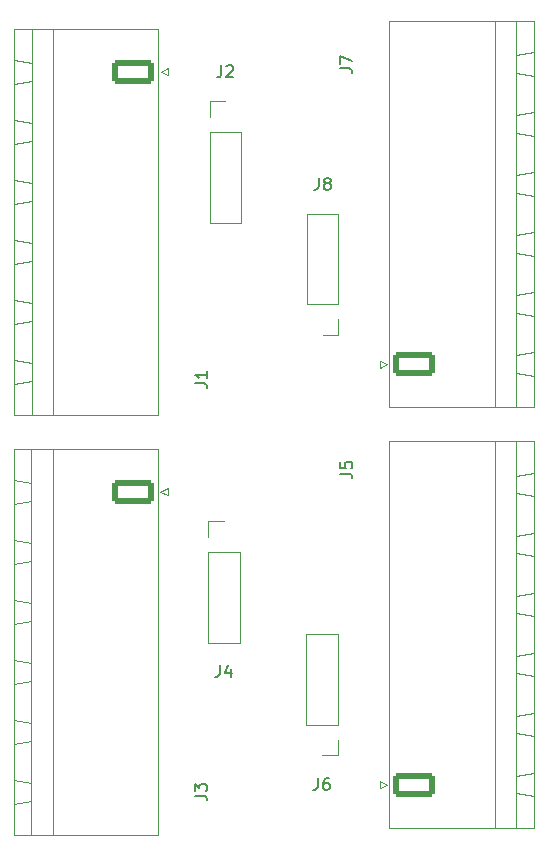
<source format=gto>
G04 #@! TF.GenerationSoftware,KiCad,Pcbnew,(6.0.6)*
G04 #@! TF.CreationDate,2022-07-28T14:40:53+01:00*
G04 #@! TF.ProjectId,adapter-board,61646170-7465-4722-9d62-6f6172642e6b,rev?*
G04 #@! TF.SameCoordinates,Original*
G04 #@! TF.FileFunction,Legend,Top*
G04 #@! TF.FilePolarity,Positive*
%FSLAX46Y46*%
G04 Gerber Fmt 4.6, Leading zero omitted, Abs format (unit mm)*
G04 Created by KiCad (PCBNEW (6.0.6)) date 2022-07-28 14:40:53*
%MOMM*%
%LPD*%
G01*
G04 APERTURE LIST*
G04 Aperture macros list*
%AMRoundRect*
0 Rectangle with rounded corners*
0 $1 Rounding radius*
0 $2 $3 $4 $5 $6 $7 $8 $9 X,Y pos of 4 corners*
0 Add a 4 corners polygon primitive as box body*
4,1,4,$2,$3,$4,$5,$6,$7,$8,$9,$2,$3,0*
0 Add four circle primitives for the rounded corners*
1,1,$1+$1,$2,$3*
1,1,$1+$1,$4,$5*
1,1,$1+$1,$6,$7*
1,1,$1+$1,$8,$9*
0 Add four rect primitives between the rounded corners*
20,1,$1+$1,$2,$3,$4,$5,0*
20,1,$1+$1,$4,$5,$6,$7,0*
20,1,$1+$1,$6,$7,$8,$9,0*
20,1,$1+$1,$8,$9,$2,$3,0*%
G04 Aperture macros list end*
%ADD10C,0.150000*%
%ADD11C,0.120000*%
%ADD12C,3.000000*%
%ADD13R,1.700000X1.700000*%
%ADD14O,1.700000X1.700000*%
%ADD15RoundRect,0.249999X1.550001X-0.790001X1.550001X0.790001X-1.550001X0.790001X-1.550001X-0.790001X0*%
%ADD16O,3.600000X2.080000*%
%ADD17RoundRect,0.249999X-1.550001X0.790001X-1.550001X-0.790001X1.550001X-0.790001X1.550001X0.790001X0*%
G04 APERTURE END LIST*
D10*
X138655466Y-127122780D02*
X138655466Y-127837066D01*
X138607847Y-127979923D01*
X138512609Y-128075161D01*
X138369752Y-128122780D01*
X138274514Y-128122780D01*
X139560228Y-127122780D02*
X139369752Y-127122780D01*
X139274514Y-127170400D01*
X139226895Y-127218019D01*
X139131657Y-127360876D01*
X139084038Y-127551352D01*
X139084038Y-127932304D01*
X139131657Y-128027542D01*
X139179276Y-128075161D01*
X139274514Y-128122780D01*
X139464990Y-128122780D01*
X139560228Y-128075161D01*
X139607847Y-128027542D01*
X139655466Y-127932304D01*
X139655466Y-127694209D01*
X139607847Y-127598971D01*
X139560228Y-127551352D01*
X139464990Y-127503733D01*
X139274514Y-127503733D01*
X139179276Y-127551352D01*
X139131657Y-127598971D01*
X139084038Y-127694209D01*
X130476666Y-66762380D02*
X130476666Y-67476666D01*
X130429047Y-67619523D01*
X130333809Y-67714761D01*
X130190952Y-67762380D01*
X130095714Y-67762380D01*
X130905238Y-66857619D02*
X130952857Y-66810000D01*
X131048095Y-66762380D01*
X131286190Y-66762380D01*
X131381428Y-66810000D01*
X131429047Y-66857619D01*
X131476666Y-66952857D01*
X131476666Y-67048095D01*
X131429047Y-67190952D01*
X130857619Y-67762380D01*
X131476666Y-67762380D01*
X140549380Y-101323733D02*
X141263666Y-101323733D01*
X141406523Y-101371352D01*
X141501761Y-101466590D01*
X141549380Y-101609447D01*
X141549380Y-101704685D01*
X140549380Y-100371352D02*
X140549380Y-100847542D01*
X141025571Y-100895161D01*
X140977952Y-100847542D01*
X140930333Y-100752304D01*
X140930333Y-100514209D01*
X140977952Y-100418971D01*
X141025571Y-100371352D01*
X141120809Y-100323733D01*
X141358904Y-100323733D01*
X141454142Y-100371352D01*
X141501761Y-100418971D01*
X141549380Y-100514209D01*
X141549380Y-100752304D01*
X141501761Y-100847542D01*
X141454142Y-100895161D01*
X130363866Y-117552380D02*
X130363866Y-118266666D01*
X130316247Y-118409523D01*
X130221009Y-118504761D01*
X130078152Y-118552380D01*
X129982914Y-118552380D01*
X131268628Y-117885714D02*
X131268628Y-118552380D01*
X131030533Y-117504761D02*
X130792438Y-118219047D01*
X131411485Y-118219047D01*
X138731666Y-76297380D02*
X138731666Y-77011666D01*
X138684047Y-77154523D01*
X138588809Y-77249761D01*
X138445952Y-77297380D01*
X138350714Y-77297380D01*
X139350714Y-76725952D02*
X139255476Y-76678333D01*
X139207857Y-76630714D01*
X139160238Y-76535476D01*
X139160238Y-76487857D01*
X139207857Y-76392619D01*
X139255476Y-76345000D01*
X139350714Y-76297380D01*
X139541190Y-76297380D01*
X139636428Y-76345000D01*
X139684047Y-76392619D01*
X139731666Y-76487857D01*
X139731666Y-76535476D01*
X139684047Y-76630714D01*
X139636428Y-76678333D01*
X139541190Y-76725952D01*
X139350714Y-76725952D01*
X139255476Y-76773571D01*
X139207857Y-76821190D01*
X139160238Y-76916428D01*
X139160238Y-77106904D01*
X139207857Y-77202142D01*
X139255476Y-77249761D01*
X139350714Y-77297380D01*
X139541190Y-77297380D01*
X139636428Y-77249761D01*
X139684047Y-77202142D01*
X139731666Y-77106904D01*
X139731666Y-76916428D01*
X139684047Y-76821190D01*
X139636428Y-76773571D01*
X139541190Y-76725952D01*
X128244580Y-128603333D02*
X128958866Y-128603333D01*
X129101723Y-128650952D01*
X129196961Y-128746190D01*
X129244580Y-128889047D01*
X129244580Y-128984285D01*
X128244580Y-128222380D02*
X128244580Y-127603333D01*
X128625533Y-127936666D01*
X128625533Y-127793809D01*
X128673152Y-127698571D01*
X128720771Y-127650952D01*
X128816009Y-127603333D01*
X129054104Y-127603333D01*
X129149342Y-127650952D01*
X129196961Y-127698571D01*
X129244580Y-127793809D01*
X129244580Y-128079523D01*
X129196961Y-128174761D01*
X129149342Y-128222380D01*
X140549380Y-67008333D02*
X141263666Y-67008333D01*
X141406523Y-67055952D01*
X141501761Y-67151190D01*
X141549380Y-67294047D01*
X141549380Y-67389285D01*
X140549380Y-66627380D02*
X140549380Y-65960714D01*
X141549380Y-66389285D01*
X128269980Y-93678333D02*
X128984266Y-93678333D01*
X129127123Y-93725952D01*
X129222361Y-93821190D01*
X129269980Y-93964047D01*
X129269980Y-94059285D01*
X129269980Y-92678333D02*
X129269980Y-93249761D01*
X129269980Y-92964047D02*
X128269980Y-92964047D01*
X128412838Y-93059285D01*
X128508076Y-93154523D01*
X128555695Y-93249761D01*
D11*
X140318800Y-122580400D02*
X137658800Y-122580400D01*
X140318800Y-114900400D02*
X137658800Y-114900400D01*
X140318800Y-125180400D02*
X138988800Y-125180400D01*
X140318800Y-123850400D02*
X140318800Y-125180400D01*
X140318800Y-122580400D02*
X140318800Y-114900400D01*
X137658800Y-122580400D02*
X137658800Y-114900400D01*
X129480000Y-80070000D02*
X132140000Y-80070000D01*
X129480000Y-72390000D02*
X132140000Y-72390000D01*
X129480000Y-72390000D02*
X129480000Y-80070000D01*
X132140000Y-72390000D02*
X132140000Y-80070000D01*
X129480000Y-71120000D02*
X129480000Y-69790000D01*
X129480000Y-69790000D02*
X130810000Y-69790000D01*
X155422000Y-123330400D02*
X156922000Y-123580400D01*
X156922000Y-123580400D02*
X156922000Y-121580400D01*
X156922000Y-128660400D02*
X156922000Y-126660400D01*
X155422000Y-113170400D02*
X156922000Y-113420400D01*
X155422000Y-108090400D02*
X156922000Y-108340400D01*
X156922000Y-116500400D02*
X155422000Y-116750400D01*
X155422000Y-126910400D02*
X155422000Y-128410400D01*
X156922000Y-106340400D02*
X155422000Y-106590400D01*
X155422000Y-131310400D02*
X153622000Y-131310400D01*
X143902000Y-127960400D02*
X143902000Y-127360400D01*
X144702000Y-131310400D02*
X156922000Y-131310400D01*
X155422000Y-118250400D02*
X156922000Y-118500400D01*
X156922000Y-121580400D02*
X155422000Y-121830400D01*
X156922000Y-118500400D02*
X156922000Y-116500400D01*
X156922000Y-126660400D02*
X155422000Y-126910400D01*
X155422000Y-106590400D02*
X155422000Y-108090400D01*
X155422000Y-128410400D02*
X156922000Y-128660400D01*
X156922000Y-131310400D02*
X156922000Y-98610400D01*
X155422000Y-101510400D02*
X155422000Y-103010400D01*
X155422000Y-111670400D02*
X155422000Y-113170400D01*
X156922000Y-108340400D02*
X156922000Y-106340400D01*
X156922000Y-111420400D02*
X155422000Y-111670400D01*
X155422000Y-98610400D02*
X155422000Y-131310400D01*
X156922000Y-101260400D02*
X155422000Y-101510400D01*
X143902000Y-127360400D02*
X144502000Y-127660400D01*
X153622000Y-131310400D02*
X153622000Y-98610400D01*
X155422000Y-116750400D02*
X155422000Y-118250400D01*
X153622000Y-98610400D02*
X155422000Y-98610400D01*
X156922000Y-113420400D02*
X156922000Y-111420400D01*
X144502000Y-127660400D02*
X143902000Y-127960400D01*
X144702000Y-98610400D02*
X144702000Y-131310400D01*
X156922000Y-98610400D02*
X144702000Y-98610400D01*
X156922000Y-103260400D02*
X156922000Y-101260400D01*
X155422000Y-121830400D02*
X155422000Y-123330400D01*
X155422000Y-103010400D02*
X156922000Y-103260400D01*
X132027200Y-107950000D02*
X132027200Y-115630000D01*
X129367200Y-107950000D02*
X129367200Y-115630000D01*
X129367200Y-105350000D02*
X130697200Y-105350000D01*
X129367200Y-107950000D02*
X132027200Y-107950000D01*
X129367200Y-115630000D02*
X132027200Y-115630000D01*
X129367200Y-106680000D02*
X129367200Y-105350000D01*
X140395000Y-86995000D02*
X137735000Y-86995000D01*
X137735000Y-86995000D02*
X137735000Y-79315000D01*
X140395000Y-89595000D02*
X139065000Y-89595000D01*
X140395000Y-79315000D02*
X137735000Y-79315000D01*
X140395000Y-88265000D02*
X140395000Y-89595000D01*
X140395000Y-86995000D02*
X140395000Y-79315000D01*
X114402200Y-131920000D02*
X114402200Y-99220000D01*
X112902200Y-119110000D02*
X114402200Y-118860000D01*
X112902200Y-127270000D02*
X112902200Y-129270000D01*
X125122200Y-131920000D02*
X125122200Y-99220000D01*
X112902200Y-112030000D02*
X112902200Y-114030000D01*
X112902200Y-122190000D02*
X112902200Y-124190000D01*
X112902200Y-124190000D02*
X114402200Y-123940000D01*
X125322200Y-102870000D02*
X125922200Y-102570000D01*
X114402200Y-129020000D02*
X114402200Y-127520000D01*
X112902200Y-106950000D02*
X112902200Y-108950000D01*
X112902200Y-101870000D02*
X112902200Y-103870000D01*
X114402200Y-118860000D02*
X114402200Y-117360000D01*
X112902200Y-108950000D02*
X114402200Y-108700000D01*
X114402200Y-102120000D02*
X112902200Y-101870000D01*
X125122200Y-99220000D02*
X112902200Y-99220000D01*
X114402200Y-117360000D02*
X112902200Y-117110000D01*
X114402200Y-99220000D02*
X116202200Y-99220000D01*
X112902200Y-129270000D02*
X114402200Y-129020000D01*
X114402200Y-127520000D02*
X112902200Y-127270000D01*
X112902200Y-103870000D02*
X114402200Y-103620000D01*
X114402200Y-123940000D02*
X114402200Y-122440000D01*
X116202200Y-99220000D02*
X116202200Y-131920000D01*
X114402200Y-108700000D02*
X114402200Y-107200000D01*
X114402200Y-112280000D02*
X112902200Y-112030000D01*
X112902200Y-117110000D02*
X112902200Y-119110000D01*
X114402200Y-107200000D02*
X112902200Y-106950000D01*
X125922200Y-102570000D02*
X125922200Y-103170000D01*
X114402200Y-103620000D02*
X114402200Y-102120000D01*
X112902200Y-99220000D02*
X112902200Y-131920000D01*
X112902200Y-131920000D02*
X125122200Y-131920000D01*
X114402200Y-122440000D02*
X112902200Y-122190000D01*
X116202200Y-131920000D02*
X114402200Y-131920000D01*
X125922200Y-103170000D02*
X125322200Y-102870000D01*
X112902200Y-114030000D02*
X114402200Y-113780000D01*
X114402200Y-113780000D02*
X114402200Y-112280000D01*
X156922000Y-93075000D02*
X156922000Y-91075000D01*
X156922000Y-80915000D02*
X155422000Y-81165000D01*
X156922000Y-82915000D02*
X156922000Y-80915000D01*
X153622000Y-63025000D02*
X155422000Y-63025000D01*
X155422000Y-63025000D02*
X155422000Y-95725000D01*
X155422000Y-92825000D02*
X156922000Y-93075000D01*
X156922000Y-67675000D02*
X156922000Y-65675000D01*
X155422000Y-87745000D02*
X156922000Y-87995000D01*
X153622000Y-95725000D02*
X153622000Y-63025000D01*
X144502000Y-92075000D02*
X143902000Y-92375000D01*
X155422000Y-91325000D02*
X155422000Y-92825000D01*
X155422000Y-67425000D02*
X156922000Y-67675000D01*
X156922000Y-70755000D02*
X155422000Y-71005000D01*
X155422000Y-71005000D02*
X155422000Y-72505000D01*
X156922000Y-63025000D02*
X144702000Y-63025000D01*
X156922000Y-72755000D02*
X156922000Y-70755000D01*
X155422000Y-82665000D02*
X156922000Y-82915000D01*
X155422000Y-77585000D02*
X156922000Y-77835000D01*
X155422000Y-72505000D02*
X156922000Y-72755000D01*
X144702000Y-63025000D02*
X144702000Y-95725000D01*
X155422000Y-95725000D02*
X153622000Y-95725000D01*
X156922000Y-95725000D02*
X156922000Y-63025000D01*
X155422000Y-76085000D02*
X155422000Y-77585000D01*
X144702000Y-95725000D02*
X156922000Y-95725000D01*
X143902000Y-91775000D02*
X144502000Y-92075000D01*
X155422000Y-86245000D02*
X155422000Y-87745000D01*
X156922000Y-77835000D02*
X156922000Y-75835000D01*
X156922000Y-87995000D02*
X156922000Y-85995000D01*
X155422000Y-81165000D02*
X155422000Y-82665000D01*
X156922000Y-75835000D02*
X155422000Y-76085000D01*
X156922000Y-65675000D02*
X155422000Y-65925000D01*
X156922000Y-85995000D02*
X155422000Y-86245000D01*
X155422000Y-65925000D02*
X155422000Y-67425000D01*
X156922000Y-91075000D02*
X155422000Y-91325000D01*
X143902000Y-92375000D02*
X143902000Y-91775000D01*
X114427600Y-91960000D02*
X112927600Y-91710000D01*
X112927600Y-76470000D02*
X112927600Y-78470000D01*
X114427600Y-93460000D02*
X114427600Y-91960000D01*
X112927600Y-91710000D02*
X112927600Y-93710000D01*
X112927600Y-88630000D02*
X114427600Y-88380000D01*
X114427600Y-78220000D02*
X114427600Y-76720000D01*
X116227600Y-63660000D02*
X116227600Y-96360000D01*
X114427600Y-71640000D02*
X112927600Y-71390000D01*
X114427600Y-68060000D02*
X114427600Y-66560000D01*
X116227600Y-96360000D02*
X114427600Y-96360000D01*
X114427600Y-81800000D02*
X112927600Y-81550000D01*
X112927600Y-96360000D02*
X125147600Y-96360000D01*
X112927600Y-93710000D02*
X114427600Y-93460000D01*
X112927600Y-83550000D02*
X114427600Y-83300000D01*
X125347600Y-67310000D02*
X125947600Y-67010000D01*
X112927600Y-71390000D02*
X112927600Y-73390000D01*
X112927600Y-86630000D02*
X112927600Y-88630000D01*
X114427600Y-63660000D02*
X116227600Y-63660000D01*
X112927600Y-81550000D02*
X112927600Y-83550000D01*
X112927600Y-68310000D02*
X114427600Y-68060000D01*
X114427600Y-66560000D02*
X112927600Y-66310000D01*
X112927600Y-63660000D02*
X112927600Y-96360000D01*
X114427600Y-88380000D02*
X114427600Y-86880000D01*
X125947600Y-67610000D02*
X125347600Y-67310000D01*
X112927600Y-78470000D02*
X114427600Y-78220000D01*
X125147600Y-63660000D02*
X112927600Y-63660000D01*
X125947600Y-67010000D02*
X125947600Y-67610000D01*
X125147600Y-96360000D02*
X125147600Y-63660000D01*
X112927600Y-66310000D02*
X112927600Y-68310000D01*
X114427600Y-86880000D02*
X112927600Y-86630000D01*
X114427600Y-76720000D02*
X112927600Y-76470000D01*
X114427600Y-73140000D02*
X114427600Y-71640000D01*
X112927600Y-73390000D02*
X114427600Y-73140000D01*
X114427600Y-83300000D02*
X114427600Y-81800000D01*
X114427600Y-96360000D02*
X114427600Y-63660000D01*
%LPC*%
D12*
X120000000Y-137000000D03*
X150000000Y-137000000D03*
X136000000Y-66000000D03*
D13*
X138988800Y-123850400D03*
D14*
X138988800Y-121310400D03*
X138988800Y-118770400D03*
X138988800Y-116230400D03*
D13*
X130810000Y-71120000D03*
D14*
X130810000Y-73660000D03*
X130810000Y-76200000D03*
X130810000Y-78740000D03*
D15*
X146812000Y-127660400D03*
D16*
X146812000Y-122580400D03*
X146812000Y-117500400D03*
X146812000Y-112420400D03*
X146812000Y-107340400D03*
X146812000Y-102260400D03*
D13*
X130697200Y-106680000D03*
D14*
X130697200Y-109220000D03*
X130697200Y-111760000D03*
X130697200Y-114300000D03*
D13*
X139065000Y-88265000D03*
D14*
X139065000Y-85725000D03*
X139065000Y-83185000D03*
X139065000Y-80645000D03*
D17*
X123012200Y-102870000D03*
D16*
X123012200Y-107950000D03*
X123012200Y-113030000D03*
X123012200Y-118110000D03*
X123012200Y-123190000D03*
X123012200Y-128270000D03*
D15*
X146812000Y-92075000D03*
D16*
X146812000Y-86995000D03*
X146812000Y-81915000D03*
X146812000Y-76835000D03*
X146812000Y-71755000D03*
X146812000Y-66675000D03*
X123037600Y-92710000D03*
X123037600Y-87630000D03*
X123037600Y-82550000D03*
X123037600Y-77470000D03*
X123037600Y-72390000D03*
D17*
X123037600Y-67310000D03*
M02*

</source>
